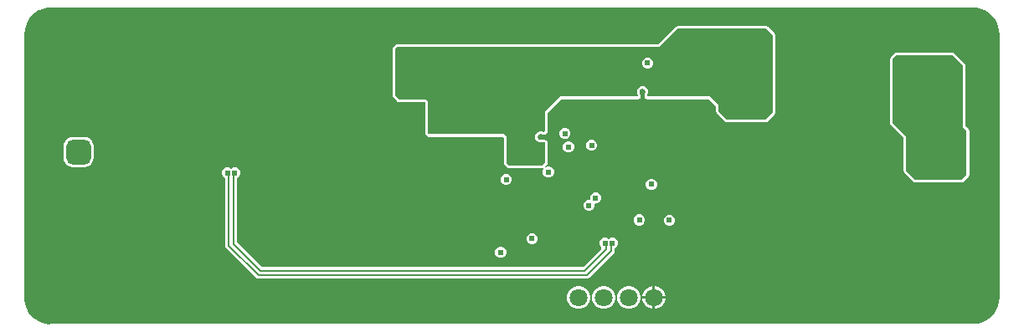
<source format=gbr>
%TF.GenerationSoftware,Altium Limited,Altium Designer,23.0.1 (38)*%
G04 Layer_Physical_Order=3*
G04 Layer_Color=16440176*
%FSLAX45Y45*%
%MOMM*%
%TF.SameCoordinates,3EE063B3-4F93-4FDD-BE50-ED7C6B7A8C7B*%
%TF.FilePolarity,Positive*%
%TF.FileFunction,Copper,L3,Inr,Signal*%
%TF.Part,Single*%
G01*
G75*
%TA.AperFunction,Conductor*%
%ADD55C,0.20320*%
%TA.AperFunction,ComponentPad*%
G04:AMPARAMS|DCode=58|XSize=2.5mm|YSize=2.5mm|CornerRadius=0.625mm|HoleSize=0mm|Usage=FLASHONLY|Rotation=270.000|XOffset=0mm|YOffset=0mm|HoleType=Round|Shape=RoundedRectangle|*
%AMROUNDEDRECTD58*
21,1,2.50000,1.25000,0,0,270.0*
21,1,1.25000,2.50000,0,0,270.0*
1,1,1.25000,-0.62500,-0.62500*
1,1,1.25000,-0.62500,0.62500*
1,1,1.25000,0.62500,0.62500*
1,1,1.25000,0.62500,-0.62500*
%
%ADD58ROUNDEDRECTD58*%
%ADD59C,1.80000*%
%ADD60C,5.00000*%
%TA.AperFunction,ViaPad*%
%ADD61C,0.60960*%
%ADD62C,0.40000*%
G36*
X9362797Y2932577D02*
X9403811Y2922730D01*
X9442779Y2906589D01*
X9478743Y2884550D01*
X9510816Y2857157D01*
X9538210Y2825084D01*
X9560248Y2789120D01*
X9576390Y2750151D01*
X9586236Y2709137D01*
X9589473Y2668007D01*
X9589290Y2667088D01*
Y88D01*
X9589473Y-832D01*
X9586236Y-41962D01*
X9576390Y-82976D01*
X9560248Y-121944D01*
X9538210Y-157908D01*
X9510816Y-189982D01*
X9478743Y-217375D01*
X9442779Y-239414D01*
X9403811Y-255555D01*
X9362797Y-265402D01*
X9321667Y-268639D01*
X9320747Y-268456D01*
X-10434Y-268457D01*
X-12680Y-268903D01*
X-60727Y-264171D01*
X-109088Y-249501D01*
X-153658Y-225678D01*
X-192724Y-193618D01*
X-224784Y-154552D01*
X-248607Y-109982D01*
X-263277Y-61621D01*
X-267003Y-23796D01*
X-267562Y-11328D01*
X-267572Y1371D01*
X-269596Y2667115D01*
X-269778Y2668024D01*
X-266542Y2709137D01*
X-256695Y2750151D01*
X-240554Y2789120D01*
X-218515Y2825084D01*
X-191122Y2857157D01*
X-159049Y2884550D01*
X-123085Y2906589D01*
X-84116Y2922730D01*
X-43102Y2932577D01*
X-1972Y2935814D01*
X-1053Y2935631D01*
X9320747D01*
X9321667Y2935814D01*
X9362797Y2932577D01*
D02*
G37*
%LPC*%
G36*
X7233920Y2746238D02*
X6332220D01*
X6322309Y2744266D01*
X6313908Y2738652D01*
X6138613Y2563358D01*
X3500120D01*
X3490209Y2561386D01*
X3481808Y2555772D01*
X3461488Y2535452D01*
X3455874Y2527051D01*
X3453902Y2517140D01*
Y2044700D01*
X3455874Y2034789D01*
X3461488Y2026388D01*
X3499588Y1988288D01*
X3507989Y1982674D01*
X3517900Y1980702D01*
X3778953D01*
X3781562Y1978093D01*
Y1668780D01*
X3783534Y1658869D01*
X3789148Y1650468D01*
X3804388Y1635228D01*
X3812789Y1629614D01*
X3822700Y1627642D01*
X4572147D01*
X4581662Y1618127D01*
X4581662Y1361440D01*
X4583633Y1351529D01*
X4589247Y1343128D01*
X4617187Y1315188D01*
X4625589Y1309574D01*
X4635500Y1307602D01*
X4960620D01*
X4970531Y1309574D01*
X4974317Y1312104D01*
X4982412Y1302239D01*
X4981827Y1301653D01*
X4973320Y1281115D01*
Y1258885D01*
X4981827Y1238347D01*
X4997547Y1222627D01*
X5018085Y1214120D01*
X5040315D01*
X5060853Y1222627D01*
X5076573Y1238347D01*
X5085080Y1258885D01*
Y1281115D01*
X5076573Y1301653D01*
X5060853Y1317373D01*
X5040315Y1325880D01*
X5018085D01*
X5000161Y1318456D01*
X4992967Y1329222D01*
X5011952Y1348208D01*
X5017566Y1356609D01*
X5019538Y1366520D01*
Y1570620D01*
X5018683Y1574916D01*
X5018058Y1579248D01*
X5017702Y1579847D01*
X5017566Y1580531D01*
X5015134Y1584171D01*
X5012898Y1587935D01*
X5012340Y1588353D01*
X5011952Y1588933D01*
X5008313Y1591364D01*
X5004806Y1593987D01*
X4992106Y1600056D01*
X4991430Y1600228D01*
X4990850Y1600615D01*
X4986557Y1601469D01*
X4982314Y1602550D01*
X4981623Y1602451D01*
X4980940Y1602587D01*
X4976646Y1601733D01*
X4972312Y1601107D01*
X4971713Y1600751D01*
X4971029Y1600615D01*
X4958964Y1595618D01*
X4947036D01*
X4936016Y1600182D01*
X4927582Y1608616D01*
X4923018Y1619636D01*
Y1631564D01*
X4927582Y1642584D01*
X4936016Y1651018D01*
X4947036Y1655582D01*
X4958964D01*
X4971029Y1650585D01*
X4971713Y1650449D01*
X4972312Y1650093D01*
X4976644Y1649468D01*
X4980939Y1648613D01*
X4981624Y1648750D01*
X4982314Y1648650D01*
X4986554Y1649730D01*
X4990850Y1650585D01*
X4991430Y1650972D01*
X4992106Y1651144D01*
X5004806Y1657213D01*
X5008311Y1659834D01*
X5011952Y1662267D01*
X5012340Y1662847D01*
X5012898Y1663265D01*
X5015134Y1667029D01*
X5017566Y1670669D01*
X5017702Y1671353D01*
X5018058Y1671952D01*
X5018684Y1676286D01*
X5019538Y1680580D01*
Y1866333D01*
X5161847Y2008642D01*
X5932973D01*
X5942884Y2010614D01*
X5951286Y2016227D01*
X5956899Y2024629D01*
X5962160Y2037329D01*
X5964131Y2047240D01*
X5962160Y2057151D01*
X5956546Y2065552D01*
X5956282Y2065816D01*
X5951718Y2076836D01*
Y2088764D01*
X5956282Y2099784D01*
X5964716Y2108218D01*
X5975736Y2112782D01*
X5987664D01*
X5998684Y2108218D01*
X6007118Y2099784D01*
X6011682Y2088764D01*
Y2076836D01*
X6007118Y2065816D01*
X6006854Y2065552D01*
X6001240Y2057151D01*
X5999269Y2047240D01*
X6001240Y2037329D01*
X6006501Y2024629D01*
X6012114Y2016228D01*
X6020516Y2010614D01*
X6030427Y2008642D01*
X6656773D01*
X6725422Y1939993D01*
Y1882140D01*
X6727394Y1872229D01*
X6733008Y1863828D01*
X6814288Y1782548D01*
X6822689Y1776934D01*
X6832600Y1774962D01*
X7226300D01*
X7236211Y1776934D01*
X7244612Y1782548D01*
X7313192Y1851128D01*
X7318806Y1859529D01*
X7320778Y1869440D01*
Y2659380D01*
X7318806Y2669291D01*
X7313192Y2677692D01*
X7252232Y2738652D01*
X7243831Y2744266D01*
X7233920Y2746238D01*
D02*
G37*
G36*
X5207955Y1717040D02*
X5185725D01*
X5165187Y1708533D01*
X5149467Y1692813D01*
X5140960Y1672275D01*
Y1650045D01*
X5149467Y1629507D01*
X5165187Y1613787D01*
X5185725Y1605280D01*
X5207955D01*
X5228493Y1613787D01*
X5244213Y1629507D01*
X5252720Y1650045D01*
Y1672275D01*
X5244213Y1692813D01*
X5228493Y1708533D01*
X5207955Y1717040D01*
D02*
G37*
G36*
X5477486Y1596365D02*
X5455256D01*
X5434718Y1587858D01*
X5418998Y1572138D01*
X5410491Y1551600D01*
Y1529370D01*
X5418998Y1508831D01*
X5434718Y1493112D01*
X5455256Y1484605D01*
X5477486D01*
X5498025Y1493112D01*
X5513744Y1508831D01*
X5522251Y1529370D01*
Y1551600D01*
X5513744Y1572138D01*
X5498025Y1587858D01*
X5477486Y1596365D01*
D02*
G37*
G36*
X5243515Y1579880D02*
X5221285D01*
X5200747Y1571373D01*
X5185027Y1555653D01*
X5176520Y1535115D01*
Y1512885D01*
X5185027Y1492347D01*
X5200747Y1476627D01*
X5221285Y1468120D01*
X5243515D01*
X5264053Y1476627D01*
X5279773Y1492347D01*
X5288280Y1512885D01*
Y1535115D01*
X5279773Y1555653D01*
X5264053Y1571373D01*
X5243515Y1579880D01*
D02*
G37*
G36*
X341900Y1624358D02*
X216900D01*
X193953Y1621337D01*
X172571Y1612480D01*
X154209Y1598391D01*
X140120Y1580029D01*
X131263Y1558647D01*
X128242Y1535700D01*
Y1410700D01*
X131263Y1387753D01*
X140120Y1366371D01*
X154209Y1348009D01*
X172571Y1333920D01*
X193953Y1325063D01*
X216900Y1322042D01*
X341900D01*
X364847Y1325063D01*
X386229Y1333920D01*
X404591Y1348009D01*
X418680Y1366371D01*
X427537Y1387753D01*
X430558Y1410700D01*
Y1535700D01*
X427537Y1558647D01*
X418680Y1580029D01*
X404591Y1598391D01*
X386229Y1612480D01*
X364847Y1621337D01*
X341900Y1624358D01*
D02*
G37*
G36*
X1869125Y1318260D02*
X1846895D01*
X1826357Y1309753D01*
X1821180Y1304576D01*
X1816003Y1309753D01*
X1795465Y1318260D01*
X1773235D01*
X1752697Y1309753D01*
X1736977Y1294033D01*
X1728470Y1273495D01*
Y1251265D01*
X1736977Y1230727D01*
X1752697Y1215007D01*
X1762063Y1211127D01*
Y524624D01*
X1762063Y524622D01*
X1764823Y510748D01*
X1772683Y498985D01*
X2071245Y200423D01*
X2083008Y192563D01*
X2096882Y189803D01*
X2096884Y189803D01*
X5416436D01*
X5416438Y189803D01*
X5430312Y192563D01*
X5442075Y200423D01*
X5687297Y445644D01*
X5687297Y445645D01*
X5695157Y457407D01*
X5697917Y471282D01*
X5697917Y471284D01*
Y499927D01*
X5707283Y503807D01*
X5723003Y519527D01*
X5731510Y540065D01*
Y562295D01*
X5723003Y582833D01*
X5707283Y598553D01*
X5686745Y607060D01*
X5664515D01*
X5643977Y598553D01*
X5638800Y593376D01*
X5633623Y598553D01*
X5613085Y607060D01*
X5590855D01*
X5570317Y598553D01*
X5554597Y582833D01*
X5546090Y562295D01*
Y540065D01*
X5554597Y519527D01*
X5565304Y508820D01*
X5566948Y492502D01*
X5382482Y308037D01*
X2130838D01*
X1880297Y558578D01*
Y1211127D01*
X1889663Y1215007D01*
X1905383Y1230727D01*
X1913890Y1251265D01*
Y1273495D01*
X1905383Y1294033D01*
X1889663Y1309753D01*
X1869125Y1318260D01*
D02*
G37*
G36*
X9118600Y2476998D02*
X8547100D01*
X8537189Y2475026D01*
X8528788Y2469412D01*
X8490688Y2431312D01*
X8485074Y2422911D01*
X8483102Y2413000D01*
Y1765300D01*
X8485074Y1755389D01*
X8490688Y1746988D01*
X8622802Y1614873D01*
Y1282700D01*
X8624774Y1272789D01*
X8630388Y1264388D01*
X8719288Y1175488D01*
X8727689Y1169874D01*
X8737600Y1167902D01*
X9207500D01*
X9217411Y1169874D01*
X9225812Y1175488D01*
X9276612Y1226288D01*
X9282226Y1234689D01*
X9284198Y1244600D01*
Y1689100D01*
X9282226Y1699011D01*
X9276612Y1707412D01*
X9246098Y1737927D01*
Y2349500D01*
X9244126Y2359411D01*
X9238512Y2367812D01*
X9136912Y2469412D01*
X9128511Y2475026D01*
X9118600Y2476998D01*
D02*
G37*
G36*
X4614115Y1249680D02*
X4591885D01*
X4571347Y1241173D01*
X4555627Y1225453D01*
X4547120Y1204915D01*
Y1182685D01*
X4555627Y1162147D01*
X4571347Y1146427D01*
X4591885Y1137920D01*
X4614115D01*
X4634654Y1146427D01*
X4650373Y1162147D01*
X4658880Y1182685D01*
Y1204915D01*
X4650373Y1225453D01*
X4634654Y1241173D01*
X4614115Y1249680D01*
D02*
G37*
G36*
X6081715Y1201420D02*
X6059485D01*
X6038947Y1192913D01*
X6023227Y1177193D01*
X6014720Y1156655D01*
Y1134425D01*
X6023227Y1113887D01*
X6038947Y1098167D01*
X6059485Y1089660D01*
X6081715D01*
X6102253Y1098167D01*
X6117973Y1113887D01*
X6126480Y1134425D01*
Y1156655D01*
X6117973Y1177193D01*
X6102253Y1192913D01*
X6081715Y1201420D01*
D02*
G37*
G36*
X5517835Y1064358D02*
X5495605D01*
X5475067Y1055850D01*
X5459347Y1040131D01*
X5450840Y1019593D01*
Y999793D01*
X5450464Y997009D01*
X5440947Y988060D01*
X5427025D01*
X5406487Y979553D01*
X5390767Y963833D01*
X5382260Y943295D01*
Y921065D01*
X5390767Y900527D01*
X5406487Y884807D01*
X5427025Y876300D01*
X5449255D01*
X5469793Y884807D01*
X5485513Y900527D01*
X5494020Y921065D01*
Y940864D01*
X5494396Y943649D01*
X5503913Y952598D01*
X5517835D01*
X5538373Y961105D01*
X5554093Y976824D01*
X5562600Y997362D01*
Y1019593D01*
X5554093Y1040131D01*
X5538373Y1055850D01*
X5517835Y1064358D01*
D02*
G37*
G36*
X5959795Y840740D02*
X5937565D01*
X5917027Y832233D01*
X5901307Y816513D01*
X5892800Y795975D01*
Y773745D01*
X5901307Y753207D01*
X5917027Y737487D01*
X5937565Y728980D01*
X5959795D01*
X5980333Y737487D01*
X5996053Y753207D01*
X6004560Y773745D01*
Y795975D01*
X5996053Y816513D01*
X5980333Y832233D01*
X5959795Y840740D01*
D02*
G37*
G36*
X6262055Y838570D02*
X6239825D01*
X6219287Y830063D01*
X6203567Y814343D01*
X6195060Y793805D01*
Y771575D01*
X6203567Y751036D01*
X6219287Y735317D01*
X6239825Y726810D01*
X6262055D01*
X6282593Y735317D01*
X6298313Y751036D01*
X6306820Y771575D01*
Y793805D01*
X6298313Y814343D01*
X6282593Y830063D01*
X6262055Y838570D01*
D02*
G37*
G36*
X4875215Y652780D02*
X4852985D01*
X4832447Y644273D01*
X4816727Y628553D01*
X4808220Y608015D01*
Y585785D01*
X4816727Y565247D01*
X4832447Y549527D01*
X4852985Y541020D01*
X4875215D01*
X4895753Y549527D01*
X4911473Y565247D01*
X4919980Y585785D01*
Y608015D01*
X4911473Y628553D01*
X4895753Y644273D01*
X4875215Y652780D01*
D02*
G37*
G36*
X4557715Y513080D02*
X4535485D01*
X4514947Y504573D01*
X4499227Y488853D01*
X4490720Y468315D01*
Y446085D01*
X4499227Y425547D01*
X4514947Y409827D01*
X4535485Y401320D01*
X4557715D01*
X4578253Y409827D01*
X4593973Y425547D01*
X4602480Y446085D01*
Y468315D01*
X4593973Y488853D01*
X4578253Y504573D01*
X4557715Y513080D01*
D02*
G37*
G36*
X6111193Y115400D02*
X6108700D01*
Y12700D01*
X6211400D01*
Y15193D01*
X6203535Y44543D01*
X6188343Y70857D01*
X6166857Y92343D01*
X6140543Y107535D01*
X6111193Y115400D01*
D02*
G37*
G36*
X6083300D02*
X6080807D01*
X6051457Y107535D01*
X6025143Y92343D01*
X6003657Y70857D01*
X5988465Y44543D01*
X5980600Y15193D01*
Y12700D01*
X6083300D01*
Y115400D01*
D02*
G37*
G36*
X6211400Y-12700D02*
X6108700D01*
Y-115400D01*
X6111193D01*
X6140543Y-107535D01*
X6166857Y-92343D01*
X6188343Y-70857D01*
X6203535Y-44543D01*
X6211400Y-15193D01*
Y-12700D01*
D02*
G37*
G36*
X6083300D02*
X5980600D01*
Y-15193D01*
X5988465Y-44543D01*
X6003657Y-70857D01*
X6025143Y-92343D01*
X6051457Y-107535D01*
X6080807Y-115400D01*
X6083300D01*
Y-12700D01*
D02*
G37*
G36*
X5857193Y115400D02*
X5826807D01*
X5797457Y107535D01*
X5771143Y92343D01*
X5749657Y70857D01*
X5734465Y44543D01*
X5726600Y15193D01*
Y-15193D01*
X5734465Y-44543D01*
X5749657Y-70857D01*
X5771143Y-92343D01*
X5797457Y-107535D01*
X5826807Y-115400D01*
X5857193D01*
X5886543Y-107535D01*
X5912857Y-92343D01*
X5934343Y-70857D01*
X5949535Y-44543D01*
X5957400Y-15193D01*
Y15193D01*
X5949535Y44543D01*
X5934343Y70857D01*
X5912857Y92343D01*
X5886543Y107535D01*
X5857193Y115400D01*
D02*
G37*
G36*
X5603193D02*
X5572807D01*
X5543457Y107535D01*
X5517143Y92343D01*
X5495657Y70857D01*
X5480465Y44543D01*
X5472600Y15193D01*
Y-15193D01*
X5480465Y-44543D01*
X5495657Y-70857D01*
X5517143Y-92343D01*
X5543457Y-107535D01*
X5572807Y-115400D01*
X5603193D01*
X5632543Y-107535D01*
X5658857Y-92343D01*
X5680343Y-70857D01*
X5695535Y-44543D01*
X5703400Y-15193D01*
Y15193D01*
X5695535Y44543D01*
X5680343Y70857D01*
X5658857Y92343D01*
X5632543Y107535D01*
X5603193Y115400D01*
D02*
G37*
G36*
X5349193D02*
X5318807D01*
X5289457Y107535D01*
X5263143Y92343D01*
X5241657Y70857D01*
X5226465Y44543D01*
X5218600Y15193D01*
Y-15193D01*
X5226465Y-44543D01*
X5241657Y-70857D01*
X5263143Y-92343D01*
X5289457Y-107535D01*
X5318807Y-115400D01*
X5349193D01*
X5378543Y-107535D01*
X5404857Y-92343D01*
X5426343Y-70857D01*
X5441535Y-44543D01*
X5449400Y-15193D01*
Y15193D01*
X5441535Y44543D01*
X5426343Y70857D01*
X5404857Y92343D01*
X5378543Y107535D01*
X5349193Y115400D01*
D02*
G37*
%LPD*%
G36*
X7294880Y2659380D02*
Y1869440D01*
X7226300Y1800860D01*
X6832600D01*
X6751320Y1882140D01*
Y1950720D01*
X6667500Y2034540D01*
X6030427D01*
X6025166Y2047240D01*
X6029073Y2051147D01*
X6037580Y2071685D01*
Y2093915D01*
X6029073Y2114453D01*
X6013353Y2130173D01*
X5992815Y2138680D01*
X5970585D01*
X5950047Y2130173D01*
X5934327Y2114453D01*
X5925820Y2093915D01*
Y2071685D01*
X5934327Y2051147D01*
X5938234Y2047240D01*
X5932973Y2034540D01*
X5151120D01*
X4993640Y1877060D01*
Y1680580D01*
X4980940Y1674511D01*
X4964115Y1681480D01*
X4941885D01*
X4921347Y1672973D01*
X4905627Y1657253D01*
X4897120Y1636715D01*
Y1614485D01*
X4905627Y1593947D01*
X4921347Y1578227D01*
X4941885Y1569720D01*
X4964115D01*
X4980940Y1576689D01*
X4993640Y1570620D01*
Y1366520D01*
X4960620Y1333500D01*
X4635500D01*
X4607560Y1361440D01*
X4607560Y1630680D01*
X4584700Y1653540D01*
X3822700D01*
X3807460Y1668780D01*
Y1988820D01*
X3789680Y2006600D01*
X3517900D01*
X3479800Y2044700D01*
Y2517140D01*
X3500120Y2537460D01*
X6149340D01*
X6332220Y2720340D01*
X7233920D01*
X7294880Y2659380D01*
D02*
G37*
%LPC*%
G36*
X6043615Y2430780D02*
X6021385D01*
X6000847Y2422273D01*
X5985127Y2406553D01*
X5976620Y2386015D01*
Y2363785D01*
X5985127Y2343247D01*
X6000847Y2327527D01*
X6021385Y2319020D01*
X6043615D01*
X6064153Y2327527D01*
X6079873Y2343247D01*
X6088380Y2363785D01*
Y2386015D01*
X6079873Y2406553D01*
X6064153Y2422273D01*
X6043615Y2430780D01*
D02*
G37*
%LPD*%
G36*
X9220200Y2349500D02*
Y1727200D01*
X9258300Y1689100D01*
Y1244600D01*
X9207500Y1193800D01*
X8737600D01*
X8648700Y1282700D01*
Y1625600D01*
X8509000Y1765300D01*
Y2413000D01*
X8547100Y2451100D01*
X9118600D01*
X9220200Y2349500D01*
D02*
G37*
D55*
X1784350Y1251383D02*
Y1262380D01*
X1844040Y543560D02*
Y1237413D01*
X1784350Y1251383D02*
X1798320Y1237413D01*
Y524622D02*
Y1237413D01*
X1844040Y543560D02*
X2115820Y271780D01*
X1798320Y524622D02*
X2096882Y226060D01*
X5661660Y526213D02*
X5675630Y540183D01*
Y551180D01*
X5661660Y471282D02*
Y526213D01*
X2096882Y226060D02*
X5416438D01*
X5661660Y471282D01*
X2115820Y271780D02*
X5397500D01*
X5615940Y490220D02*
Y526213D01*
X5397500Y271780D02*
X5615940Y490220D01*
X5601970Y540183D02*
X5615940Y526213D01*
X5601970Y540183D02*
Y551180D01*
D58*
X279400Y1473200D02*
D03*
Y965200D02*
D03*
X8991600Y939800D02*
D03*
Y1447800D02*
D03*
D59*
X6096000Y0D02*
D03*
X5842000D02*
D03*
X5588000D02*
D03*
X5334000D02*
D03*
D60*
X0Y2667000D02*
D03*
Y0D02*
D03*
X9321800D02*
D03*
Y2667000D02*
D03*
D61*
X6032500Y2374900D02*
D03*
X5981700Y2082800D02*
D03*
X9372600Y1168400D02*
D03*
X9245600Y914400D02*
D03*
Y406400D02*
D03*
X8991600D02*
D03*
Y-101600D02*
D03*
X8864600Y2692400D02*
D03*
X8737600Y914400D02*
D03*
Y406400D02*
D03*
X8864600Y152400D02*
D03*
X8737600Y-101600D02*
D03*
X8610600Y2692400D02*
D03*
X8483600Y1422400D02*
D03*
X8610600Y1168400D02*
D03*
X8483600Y914400D02*
D03*
Y406400D02*
D03*
X8610600Y152400D02*
D03*
X8483600Y-101600D02*
D03*
X8229600Y1930400D02*
D03*
X8356600Y1168400D02*
D03*
X8229600Y914400D02*
D03*
X8356600Y660400D02*
D03*
Y152400D02*
D03*
X8229600Y-101600D02*
D03*
X7975600Y914400D02*
D03*
X8102600Y660400D02*
D03*
X7975600Y-101600D02*
D03*
X7721600Y1422400D02*
D03*
X7848600Y1168400D02*
D03*
X7721600Y914400D02*
D03*
X7848600Y660400D02*
D03*
X7721600Y-101600D02*
D03*
X7467600Y2438400D02*
D03*
Y1930400D02*
D03*
X7594600Y1676400D02*
D03*
Y1168400D02*
D03*
X7467600Y914400D02*
D03*
X7594600Y660400D02*
D03*
X7467600Y-101600D02*
D03*
X7340600Y660400D02*
D03*
X7213600Y-101600D02*
D03*
X7086600Y660400D02*
D03*
X6959600Y-101600D02*
D03*
X6705600Y914400D02*
D03*
X6832600Y660400D02*
D03*
X6705600Y406400D02*
D03*
X6832600Y152400D02*
D03*
X6705600Y-101600D02*
D03*
X6451600Y1930400D02*
D03*
Y1422400D02*
D03*
X6578600Y1168400D02*
D03*
Y660400D02*
D03*
X6451600Y406400D02*
D03*
X6578600Y152400D02*
D03*
X6451600Y-101600D02*
D03*
X6324600Y1168400D02*
D03*
Y152400D02*
D03*
X6070600Y2692400D02*
D03*
X5943600Y914400D02*
D03*
X5816600Y2692400D02*
D03*
X5562600D02*
D03*
X5308600D02*
D03*
X5181600Y1930400D02*
D03*
X5054600Y2692400D02*
D03*
Y1676400D02*
D03*
X4927600Y406400D02*
D03*
Y-101600D02*
D03*
X4800600Y2692400D02*
D03*
X4673600Y406400D02*
D03*
X4800600Y152400D02*
D03*
X4673600Y-101600D02*
D03*
X4546600Y152400D02*
D03*
X4419600Y-101600D02*
D03*
X4292600Y152400D02*
D03*
X4165600Y-101600D02*
D03*
X4038600Y152400D02*
D03*
X3911600Y-101600D02*
D03*
X3657600Y914400D02*
D03*
X3784600Y660400D02*
D03*
X3657600Y406400D02*
D03*
X3784600Y152400D02*
D03*
X3657600Y-101600D02*
D03*
X3530600Y2692400D02*
D03*
Y1676400D02*
D03*
X3403600Y914400D02*
D03*
X3530600Y660400D02*
D03*
X3403600Y406400D02*
D03*
X3530600Y152400D02*
D03*
X3276600Y2692400D02*
D03*
Y1676400D02*
D03*
X3149600Y1422400D02*
D03*
X3276600Y1168400D02*
D03*
X3149600Y914400D02*
D03*
X3276600Y660400D02*
D03*
X3149600Y406400D02*
D03*
X3276600Y152400D02*
D03*
X3022600Y2692400D02*
D03*
X2895600Y2438400D02*
D03*
X3022600Y2184400D02*
D03*
Y1676400D02*
D03*
Y1168400D02*
D03*
Y660400D02*
D03*
X2895600Y406400D02*
D03*
X3022600Y152400D02*
D03*
X2768600Y2692400D02*
D03*
X2641600Y2438400D02*
D03*
X2768600Y2184400D02*
D03*
Y660400D02*
D03*
X2641600Y406400D02*
D03*
X2768600Y152400D02*
D03*
X2641600Y-101600D02*
D03*
X2514600Y2692400D02*
D03*
Y2184400D02*
D03*
Y660400D02*
D03*
Y152400D02*
D03*
X2260600Y660400D02*
D03*
X863600Y-101600D02*
D03*
X736600Y2692400D02*
D03*
X609600Y2438400D02*
D03*
X736600Y2184400D02*
D03*
X609600Y1930400D02*
D03*
Y914400D02*
D03*
Y406400D02*
D03*
X736600Y152400D02*
D03*
X609600Y-101600D02*
D03*
X482600Y2692400D02*
D03*
X355600Y2438400D02*
D03*
X482600Y2184400D02*
D03*
X355600Y1930400D02*
D03*
X482600Y660400D02*
D03*
X355600Y406400D02*
D03*
X482600Y152400D02*
D03*
X355600Y-101600D02*
D03*
X228600Y2184400D02*
D03*
X101600Y1930400D02*
D03*
X228600Y660400D02*
D03*
X101600Y406400D02*
D03*
X-25400Y2184400D02*
D03*
X-152400Y1930400D02*
D03*
X-25400Y660400D02*
D03*
X-152400Y406400D02*
D03*
X6197600Y1473200D02*
D03*
X6210300Y1333500D02*
D03*
X6223000Y1219200D02*
D03*
Y1092200D02*
D03*
X5905500Y1435100D02*
D03*
X5981700Y1308100D02*
D03*
X5918200Y1117600D02*
D03*
X5880100Y1016000D02*
D03*
X5143500Y1270000D02*
D03*
X4178300Y2032000D02*
D03*
X8610600Y1790700D02*
D03*
X8737600Y1752600D02*
D03*
X8890000D02*
D03*
X9118600D02*
D03*
Y1892300D02*
D03*
Y2044700D02*
D03*
Y2184400D02*
D03*
Y2311400D02*
D03*
X8750300Y2286000D02*
D03*
Y2159000D02*
D03*
Y2006600D02*
D03*
X8864600D02*
D03*
X8623300D02*
D03*
X8864600Y2159000D02*
D03*
X8623300D02*
D03*
X8864600Y2286000D02*
D03*
X8623300D02*
D03*
X4953000Y1625600D02*
D03*
X5092700Y1752600D02*
D03*
X4368800Y1892300D02*
D03*
X4178300D02*
D03*
X3987800Y2044700D02*
D03*
Y1892300D02*
D03*
Y1739900D02*
D03*
X4178300D02*
D03*
X4368800D02*
D03*
Y2044700D02*
D03*
X1155700Y-177800D02*
D03*
X1028700D02*
D03*
X952500Y-114300D02*
D03*
Y-38100D02*
D03*
Y114300D02*
D03*
Y203200D02*
D03*
Y304800D02*
D03*
Y457200D02*
D03*
Y533400D02*
D03*
X850900D02*
D03*
X863600Y698500D02*
D03*
Y800100D02*
D03*
X889000Y952500D02*
D03*
X1003300Y977900D02*
D03*
X876300Y1752600D02*
D03*
X825500Y1905000D02*
D03*
X889000Y1968500D02*
D03*
X952500Y2044700D02*
D03*
Y2222500D02*
D03*
Y2311400D02*
D03*
Y2413000D02*
D03*
Y2578100D02*
D03*
Y2667000D02*
D03*
X1028700Y2717800D02*
D03*
X1168400D02*
D03*
X2095500D02*
D03*
X2235200D02*
D03*
X2324100Y2654300D02*
D03*
Y2565400D02*
D03*
Y2413000D02*
D03*
Y2336800D02*
D03*
Y2247900D02*
D03*
Y2082800D02*
D03*
Y2006600D02*
D03*
X2159000Y1943100D02*
D03*
X2019300Y1879600D02*
D03*
X2108200Y1866900D02*
D03*
X2019300Y1689100D02*
D03*
X2032000Y838200D02*
D03*
Y647700D02*
D03*
X2146300Y622300D02*
D03*
X2362200Y546100D02*
D03*
Y457200D02*
D03*
X2336800Y152400D02*
D03*
Y-63500D02*
D03*
X2324100Y-177800D02*
D03*
X2171700Y-165100D02*
D03*
X3848100Y558800D02*
D03*
X3771900D02*
D03*
X3849193Y487057D02*
D03*
X3772993D02*
D03*
X3848100Y419100D02*
D03*
X3771900D02*
D03*
Y342900D02*
D03*
X3848100D02*
D03*
X4305300D02*
D03*
X4229100D02*
D03*
X4152900D02*
D03*
X4076700D02*
D03*
X4000500D02*
D03*
X5219700Y546100D02*
D03*
X5321300D02*
D03*
X5829300Y571500D02*
D03*
X5664200Y292100D02*
D03*
X5727700Y203200D02*
D03*
X5892800D02*
D03*
X5943600Y292100D02*
D03*
X6413500Y1816100D02*
D03*
X6489700Y1651000D02*
D03*
X6642100D02*
D03*
X8204200Y76200D02*
D03*
X8191500Y495300D02*
D03*
X8369300Y304800D02*
D03*
X8534400Y1536700D02*
D03*
X8559800Y1358900D02*
D03*
X8293100Y1320800D02*
D03*
X8280400Y1854200D02*
D03*
X8115300Y1587500D02*
D03*
X7975600Y1701800D02*
D03*
X4521200Y2057400D02*
D03*
X4610100D02*
D03*
X4521200Y2133600D02*
D03*
X4610100D02*
D03*
X4521200Y2209800D02*
D03*
X4610100D02*
D03*
X4584700Y2387600D02*
D03*
Y2286000D02*
D03*
X4508500Y2387600D02*
D03*
Y2286000D02*
D03*
X4432300Y2387600D02*
D03*
Y2286000D02*
D03*
X4356100Y2387600D02*
D03*
Y2286000D02*
D03*
X4279900Y2387600D02*
D03*
Y2286000D02*
D03*
X4203700Y2387600D02*
D03*
Y2286000D02*
D03*
X4127500Y2387600D02*
D03*
Y2286000D02*
D03*
X4051300Y2387600D02*
D03*
Y2286000D02*
D03*
X3975100Y2387600D02*
D03*
Y2286000D02*
D03*
X3898900Y2387600D02*
D03*
Y2286000D02*
D03*
X3810000Y2387600D02*
D03*
X3708400D02*
D03*
X3810000Y2311400D02*
D03*
X3708400D02*
D03*
X3810000Y2235200D02*
D03*
X3708400D02*
D03*
X3810000Y2159000D02*
D03*
X3708400D02*
D03*
Y2082800D02*
D03*
X3810000D02*
D03*
X6667500Y2286000D02*
D03*
Y2374900D02*
D03*
Y2463800D02*
D03*
Y2552700D02*
D03*
Y2641600D02*
D03*
X6591300Y2235200D02*
D03*
Y2324100D02*
D03*
Y2413000D02*
D03*
Y2501900D02*
D03*
Y2590800D02*
D03*
X6515100Y2273300D02*
D03*
Y2362200D02*
D03*
Y2451100D02*
D03*
Y2540000D02*
D03*
Y2628900D02*
D03*
X6438900Y2590800D02*
D03*
Y2501900D02*
D03*
Y2413000D02*
D03*
Y2324100D02*
D03*
Y2235200D02*
D03*
X6362700Y2286000D02*
D03*
Y2374900D02*
D03*
Y2463800D02*
D03*
Y2552700D02*
D03*
Y2641600D02*
D03*
X4856480Y1427480D02*
D03*
X4902200Y1516380D02*
D03*
X1858010Y1262380D02*
D03*
X1784350D02*
D03*
X5675630Y551180D02*
D03*
X5601970D02*
D03*
X5196840Y1661160D02*
D03*
X4864100Y596900D02*
D03*
X5438140Y932180D02*
D03*
X5506720Y1008478D02*
D03*
X6250940Y782690D02*
D03*
X5948680Y784860D02*
D03*
X5466371Y1540485D02*
D03*
X5232400Y1524000D02*
D03*
X6070600Y1145540D02*
D03*
X5029200Y1270000D02*
D03*
X4546600Y457200D02*
D03*
X4603000Y1193800D02*
D03*
D62*
X5605200Y1270000D02*
D03*
X5717200D02*
D03*
X5469200D02*
D03*
X5357200D02*
D03*
X5605200Y1190000D02*
D03*
Y1350000D02*
D03*
X5469200D02*
D03*
Y1190000D02*
D03*
%TF.MD5,ac2750e2b8b6b2b7d75716d4a57ab6f3*%
M02*

</source>
